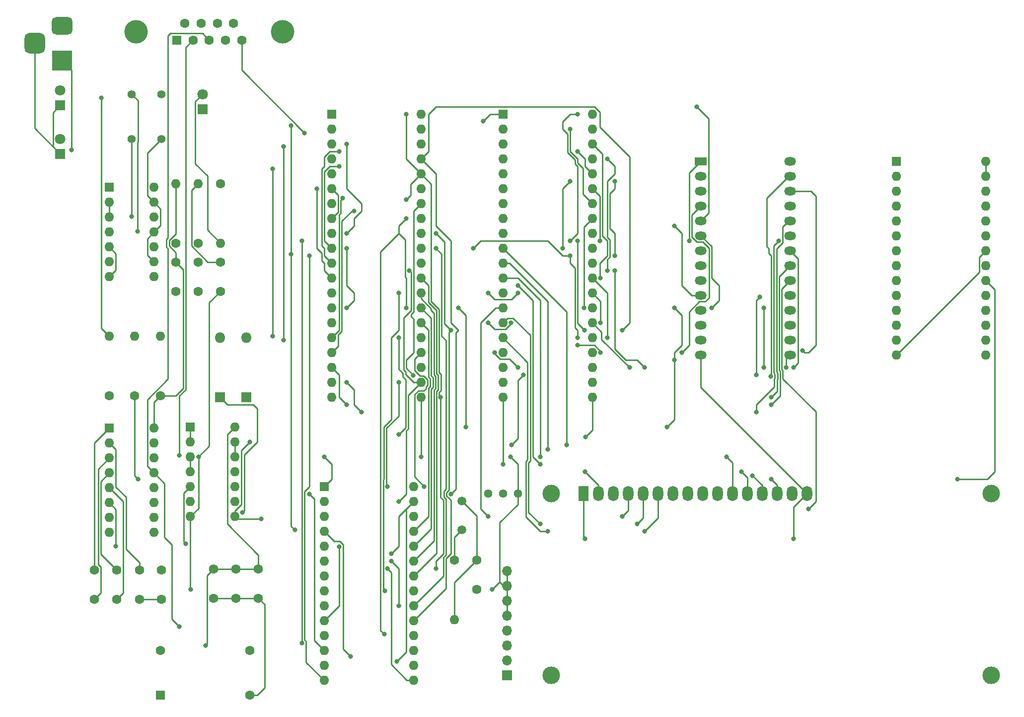
<source format=gbr>
G04 #@! TF.GenerationSoftware,KiCad,Pcbnew,(6.0.10-0)*
G04 #@! TF.CreationDate,2024-08-18T13:22:17-04:00*
G04 #@! TF.ProjectId,6502_wozmon,36353032-5f77-46f7-9a6d-6f6e2e6b6963,rev?*
G04 #@! TF.SameCoordinates,Original*
G04 #@! TF.FileFunction,Copper,L1,Top*
G04 #@! TF.FilePolarity,Positive*
%FSLAX46Y46*%
G04 Gerber Fmt 4.6, Leading zero omitted, Abs format (unit mm)*
G04 Created by KiCad (PCBNEW (6.0.10-0)) date 2024-08-18 13:22:17*
%MOMM*%
%LPD*%
G01*
G04 APERTURE LIST*
G04 Aperture macros list*
%AMRoundRect*
0 Rectangle with rounded corners*
0 $1 Rounding radius*
0 $2 $3 $4 $5 $6 $7 $8 $9 X,Y pos of 4 corners*
0 Add a 4 corners polygon primitive as box body*
4,1,4,$2,$3,$4,$5,$6,$7,$8,$9,$2,$3,0*
0 Add four circle primitives for the rounded corners*
1,1,$1+$1,$2,$3*
1,1,$1+$1,$4,$5*
1,1,$1+$1,$6,$7*
1,1,$1+$1,$8,$9*
0 Add four rect primitives between the rounded corners*
20,1,$1+$1,$2,$3,$4,$5,0*
20,1,$1+$1,$4,$5,$6,$7,0*
20,1,$1+$1,$6,$7,$8,$9,0*
20,1,$1+$1,$8,$9,$2,$3,0*%
G04 Aperture macros list end*
G04 #@! TA.AperFunction,ComponentPad*
%ADD10C,1.600000*%
G04 #@! TD*
G04 #@! TA.AperFunction,ComponentPad*
%ADD11R,1.600000X1.600000*%
G04 #@! TD*
G04 #@! TA.AperFunction,ComponentPad*
%ADD12O,1.600000X1.600000*%
G04 #@! TD*
G04 #@! TA.AperFunction,ComponentPad*
%ADD13C,3.000000*%
G04 #@! TD*
G04 #@! TA.AperFunction,ComponentPad*
%ADD14R,1.800000X2.600000*%
G04 #@! TD*
G04 #@! TA.AperFunction,ComponentPad*
%ADD15O,1.800000X2.600000*%
G04 #@! TD*
G04 #@! TA.AperFunction,ComponentPad*
%ADD16C,4.000000*%
G04 #@! TD*
G04 #@! TA.AperFunction,ComponentPad*
%ADD17R,1.800000X1.800000*%
G04 #@! TD*
G04 #@! TA.AperFunction,ComponentPad*
%ADD18O,1.800000X1.800000*%
G04 #@! TD*
G04 #@! TA.AperFunction,ComponentPad*
%ADD19R,3.500000X3.500000*%
G04 #@! TD*
G04 #@! TA.AperFunction,ComponentPad*
%ADD20RoundRect,0.750000X-1.000000X0.750000X-1.000000X-0.750000X1.000000X-0.750000X1.000000X0.750000X0*%
G04 #@! TD*
G04 #@! TA.AperFunction,ComponentPad*
%ADD21RoundRect,0.875000X-0.875000X0.875000X-0.875000X-0.875000X0.875000X-0.875000X0.875000X0.875000X0*%
G04 #@! TD*
G04 #@! TA.AperFunction,ComponentPad*
%ADD22C,1.800000*%
G04 #@! TD*
G04 #@! TA.AperFunction,ComponentPad*
%ADD23C,1.500000*%
G04 #@! TD*
G04 #@! TA.AperFunction,ComponentPad*
%ADD24C,1.397000*%
G04 #@! TD*
G04 #@! TA.AperFunction,ComponentPad*
%ADD25R,1.700000X1.700000*%
G04 #@! TD*
G04 #@! TA.AperFunction,ComponentPad*
%ADD26O,1.700000X1.700000*%
G04 #@! TD*
G04 #@! TA.AperFunction,ComponentPad*
%ADD27R,2.000000X1.440000*%
G04 #@! TD*
G04 #@! TA.AperFunction,ComponentPad*
%ADD28O,2.000000X1.440000*%
G04 #@! TD*
G04 #@! TA.AperFunction,ComponentPad*
%ADD29C,1.440000*%
G04 #@! TD*
G04 #@! TA.AperFunction,ViaPad*
%ADD30C,0.800000*%
G04 #@! TD*
G04 #@! TA.AperFunction,Conductor*
%ADD31C,0.250000*%
G04 #@! TD*
G04 APERTURE END LIST*
D10*
G04 #@! TO.P,C9,1*
G04 #@! TO.N,Net-(C9-Pad1)*
X50257500Y-111585000D03*
G04 #@! TO.P,C9,2*
G04 #@! TO.N,GND*
X50257500Y-116585000D03*
G04 #@! TD*
D11*
G04 #@! TO.P,U3,1,A14*
G04 #@! TO.N,A14*
X175541666Y-41925000D03*
D12*
G04 #@! TO.P,U3,2,A12*
G04 #@! TO.N,A12*
X175541666Y-44465000D03*
G04 #@! TO.P,U3,3,A7*
G04 #@! TO.N,A7*
X175541666Y-47005000D03*
G04 #@! TO.P,U3,4,A6*
G04 #@! TO.N,A6*
X175541666Y-49545000D03*
G04 #@! TO.P,U3,5,A5*
G04 #@! TO.N,A5*
X175541666Y-52085000D03*
G04 #@! TO.P,U3,6,A4*
G04 #@! TO.N,A4*
X175541666Y-54625000D03*
G04 #@! TO.P,U3,7,A3*
G04 #@! TO.N,A3*
X175541666Y-57165000D03*
G04 #@! TO.P,U3,8,A2*
G04 #@! TO.N,A2*
X175541666Y-59705000D03*
G04 #@! TO.P,U3,9,A1*
G04 #@! TO.N,A1*
X175541666Y-62245000D03*
G04 #@! TO.P,U3,10,A0*
G04 #@! TO.N,A0*
X175541666Y-64785000D03*
G04 #@! TO.P,U3,11,D0*
G04 #@! TO.N,D0*
X175541666Y-67325000D03*
G04 #@! TO.P,U3,12,D1*
G04 #@! TO.N,D1*
X175541666Y-69865000D03*
G04 #@! TO.P,U3,13,D2*
G04 #@! TO.N,D2*
X175541666Y-72405000D03*
G04 #@! TO.P,U3,14,GND*
G04 #@! TO.N,GND*
X175541666Y-74945000D03*
G04 #@! TO.P,U3,15,D3*
G04 #@! TO.N,D3*
X190781666Y-74945000D03*
G04 #@! TO.P,U3,16,D4*
G04 #@! TO.N,D4*
X190781666Y-72405000D03*
G04 #@! TO.P,U3,17,D5*
G04 #@! TO.N,D5*
X190781666Y-69865000D03*
G04 #@! TO.P,U3,18,D6*
G04 #@! TO.N,D6*
X190781666Y-67325000D03*
G04 #@! TO.P,U3,19,D7*
G04 #@! TO.N,D7*
X190781666Y-64785000D03*
G04 #@! TO.P,U3,20,~{CS}*
G04 #@! TO.N,A15\u002A*
X190781666Y-62245000D03*
G04 #@! TO.P,U3,21,A10*
G04 #@! TO.N,A10*
X190781666Y-59705000D03*
G04 #@! TO.P,U3,22,~{OE}*
G04 #@! TO.N,GND*
X190781666Y-57165000D03*
G04 #@! TO.P,U3,23,A11*
G04 #@! TO.N,A11*
X190781666Y-54625000D03*
G04 #@! TO.P,U3,24,A9*
G04 #@! TO.N,A9*
X190781666Y-52085000D03*
G04 #@! TO.P,U3,25,A8*
G04 #@! TO.N,A8*
X190781666Y-49545000D03*
G04 #@! TO.P,U3,26,A13*
G04 #@! TO.N,A13*
X190781666Y-47005000D03*
G04 #@! TO.P,U3,27,~{WE}*
G04 #@! TO.N,VCC*
X190781666Y-44465000D03*
G04 #@! TO.P,U3,28,VCC*
X190781666Y-41925000D03*
G04 #@! TD*
D10*
G04 #@! TO.P,C6,1*
G04 #@! TO.N,Net-(C6-Pad1)*
X38827500Y-111585000D03*
G04 #@! TO.P,C6,2*
G04 #@! TO.N,Net-(C6-Pad2)*
X38827500Y-116585000D03*
G04 #@! TD*
D13*
G04 #@! TO.P,U8,*
G04 #@! TO.N,*
X191712500Y-98542500D03*
X191711980Y-129543200D03*
X116713400Y-129543200D03*
X116713400Y-98542500D03*
D14*
G04 #@! TO.P,U8,1,VSS*
G04 #@! TO.N,GND*
X122212500Y-98542500D03*
D15*
G04 #@! TO.P,U8,2,VDD*
G04 #@! TO.N,VCC*
X124752500Y-98542500D03*
G04 #@! TO.P,U8,3,VO*
G04 #@! TO.N,Net-(RV1-Pad2)*
X127292500Y-98542500D03*
G04 #@! TO.P,U8,4,RS*
G04 #@! TO.N,Net-(U7-Pad14)*
X129832500Y-98542500D03*
G04 #@! TO.P,U8,5,R/W*
G04 #@! TO.N,Net-(U7-Pad15)*
X132372500Y-98542500D03*
G04 #@! TO.P,U8,6,E*
G04 #@! TO.N,Net-(U7-Pad16)*
X134912500Y-98542500D03*
G04 #@! TO.P,U8,7,D0*
G04 #@! TO.N,unconnected-(U8-Pad7)*
X137452500Y-98542500D03*
G04 #@! TO.P,U8,8,D1*
G04 #@! TO.N,unconnected-(U8-Pad8)*
X139992500Y-98542500D03*
G04 #@! TO.P,U8,9,D2*
G04 #@! TO.N,unconnected-(U8-Pad9)*
X142532500Y-98542500D03*
G04 #@! TO.P,U8,10,D3*
G04 #@! TO.N,unconnected-(U8-Pad10)*
X145072500Y-98542500D03*
G04 #@! TO.P,U8,11,D4*
G04 #@! TO.N,Net-(U7-Pad10)*
X147612500Y-98542500D03*
G04 #@! TO.P,U8,12,D5*
G04 #@! TO.N,Net-(U7-Pad11)*
X150152500Y-98542500D03*
G04 #@! TO.P,U8,13,D6*
G04 #@! TO.N,Net-(U7-Pad12)*
X152692500Y-98542500D03*
G04 #@! TO.P,U8,14,D7*
G04 #@! TO.N,Net-(U7-Pad13)*
X155232500Y-98542500D03*
G04 #@! TO.P,U8,15,LED(+)*
G04 #@! TO.N,VCC*
X157772500Y-98542500D03*
G04 #@! TO.P,U8,16,LED(-)*
G04 #@! TO.N,GND*
X160312500Y-98542500D03*
G04 #@! TD*
D16*
G04 #@! TO.P,J2,0*
G04 #@! TO.N,N/C*
X70910000Y-19810331D03*
X45910000Y-19810331D03*
D11*
G04 #@! TO.P,J2,1,1*
G04 #@! TO.N,unconnected-(J2-Pad1)*
X52870000Y-21230331D03*
D10*
G04 #@! TO.P,J2,2,2*
G04 #@! TO.N,RXD*
X55640000Y-21230331D03*
G04 #@! TO.P,J2,3,3*
G04 #@! TO.N,TXD*
X58410000Y-21230331D03*
G04 #@! TO.P,J2,4,4*
G04 #@! TO.N,unconnected-(J2-Pad4)*
X61180000Y-21230331D03*
G04 #@! TO.P,J2,5,5*
G04 #@! TO.N,GND*
X63950000Y-21230331D03*
G04 #@! TO.P,J2,6,6*
G04 #@! TO.N,unconnected-(J2-Pad6)*
X54255000Y-18390331D03*
G04 #@! TO.P,J2,7,7*
G04 #@! TO.N,unconnected-(J2-Pad7)*
X57025000Y-18390331D03*
G04 #@! TO.P,J2,8,8*
G04 #@! TO.N,unconnected-(J2-Pad8)*
X59795000Y-18390331D03*
G04 #@! TO.P,J2,9,9*
G04 #@! TO.N,unconnected-(J2-Pad9)*
X62565000Y-18390331D03*
G04 #@! TD*
D17*
G04 #@! TO.P,D1,1,K*
G04 #@! TO.N,Net-(D1-Pad1)*
X60232500Y-82150000D03*
D18*
G04 #@! TO.P,D1,2,A*
G04 #@! TO.N,IRQ\u002A*
X60232500Y-71990000D03*
G04 #@! TD*
D10*
G04 #@! TO.P,C10,1*
G04 #@! TO.N,VCC*
X56515000Y-59095000D03*
G04 #@! TO.P,C10,2*
G04 #@! TO.N,GND*
X56515000Y-64095000D03*
G04 #@! TD*
G04 #@! TO.P,C8,1*
G04 #@! TO.N,GND*
X46487500Y-116625000D03*
G04 #@! TO.P,C8,2*
G04 #@! TO.N,Net-(C8-Pad2)*
X46487500Y-111625000D03*
G04 #@! TD*
D19*
G04 #@! TO.P,J1,1*
G04 #@! TO.N,VCC*
X33342500Y-24765000D03*
D20*
G04 #@! TO.P,J1,2*
G04 #@! TO.N,GND*
X33342500Y-18765000D03*
D21*
G04 #@! TO.P,J1,3*
X28642500Y-21765000D03*
G04 #@! TD*
D17*
G04 #@! TO.P,D3,1,K*
G04 #@! TO.N,GND*
X57257110Y-33025000D03*
D22*
G04 #@! TO.P,D3,2,A*
G04 #@! TO.N,Net-(D3-Pad2)*
X57257110Y-30485000D03*
G04 #@! TD*
D11*
G04 #@! TO.P,U4,1,VSS*
G04 #@! TO.N,GND*
X78007500Y-97375000D03*
D12*
G04 #@! TO.P,U4,2,CS1*
G04 #@! TO.N,A12*
X78007500Y-99915000D03*
G04 #@! TO.P,U4,3,~{CS2}*
G04 #@! TO.N,Net-(U1-Pad8)*
X78007500Y-102455000D03*
G04 #@! TO.P,U4,4,~{RES}*
G04 #@! TO.N,RESET\u002A*
X78007500Y-104995000D03*
G04 #@! TO.P,U4,5,RxC*
G04 #@! TO.N,unconnected-(U4-Pad5)*
X78007500Y-107535000D03*
G04 #@! TO.P,U4,6,XTAL1*
G04 #@! TO.N,Net-(C5-Pad1)*
X78007500Y-110075000D03*
G04 #@! TO.P,U4,7,XTAL2*
G04 #@! TO.N,XTAL*
X78007500Y-112615000D03*
G04 #@! TO.P,U4,8,~{RTS}*
G04 #@! TO.N,unconnected-(U4-Pad8)*
X78007500Y-115155000D03*
G04 #@! TO.P,U4,9,~{CTS}*
G04 #@! TO.N,unconnected-(U4-Pad9)*
X78007500Y-117695000D03*
G04 #@! TO.P,U4,10,TxD*
G04 #@! TO.N,Net-(U4-Pad10)*
X78007500Y-120235000D03*
G04 #@! TO.P,U4,11,~{DTR}*
G04 #@! TO.N,unconnected-(U4-Pad11)*
X78007500Y-122775000D03*
G04 #@! TO.P,U4,12,RxD*
G04 #@! TO.N,MAX232_12*
X78007500Y-125315000D03*
G04 #@! TO.P,U4,13,RS0*
G04 #@! TO.N,A0*
X78007500Y-127855000D03*
G04 #@! TO.P,U4,14,RS1*
G04 #@! TO.N,A1*
X78007500Y-130395000D03*
G04 #@! TO.P,U4,15,VCC*
G04 #@! TO.N,VCC*
X93247500Y-130395000D03*
G04 #@! TO.P,U4,16,~{DCD}*
G04 #@! TO.N,unconnected-(U4-Pad16)*
X93247500Y-127855000D03*
G04 #@! TO.P,U4,17,~{DSR}*
G04 #@! TO.N,unconnected-(U4-Pad17)*
X93247500Y-125315000D03*
G04 #@! TO.P,U4,18,D0*
G04 #@! TO.N,D0*
X93247500Y-122775000D03*
G04 #@! TO.P,U4,19,D1*
G04 #@! TO.N,D1*
X93247500Y-120235000D03*
G04 #@! TO.P,U4,20,D2*
G04 #@! TO.N,D2*
X93247500Y-117695000D03*
G04 #@! TO.P,U4,21,D3*
G04 #@! TO.N,D3*
X93247500Y-115155000D03*
G04 #@! TO.P,U4,22,D4*
G04 #@! TO.N,D4*
X93247500Y-112615000D03*
G04 #@! TO.P,U4,23,D5*
G04 #@! TO.N,D5*
X93247500Y-110075000D03*
G04 #@! TO.P,U4,24,D6*
G04 #@! TO.N,D6*
X93247500Y-107535000D03*
G04 #@! TO.P,U4,25,D7*
G04 #@! TO.N,D7*
X93247500Y-104995000D03*
G04 #@! TO.P,U4,26,~{IRQ}*
G04 #@! TO.N,Net-(D1-Pad1)*
X93247500Y-102455000D03*
G04 #@! TO.P,U4,27,\u03D52*
G04 #@! TO.N,CLK*
X93247500Y-99915000D03*
G04 #@! TO.P,U4,28,R/~{W}*
G04 #@! TO.N,RW\u002A*
X93247500Y-97375000D03*
G04 #@! TD*
D10*
G04 #@! TO.P,R3,1*
G04 #@! TO.N,VCC*
X50072500Y-81910000D03*
D12*
G04 #@! TO.P,R3,2*
G04 #@! TO.N,Net-(R3-Pad2)*
X50072500Y-71750000D03*
G04 #@! TD*
D11*
G04 #@! TO.P,U2,1,~{VP}*
G04 #@! TO.N,unconnected-(U2-Pad1)*
X79282500Y-33895000D03*
D12*
G04 #@! TO.P,U2,2,RDY*
G04 #@! TO.N,Net-(R3-Pad2)*
X79282500Y-36435000D03*
G04 #@! TO.P,U2,3,\u03D51*
G04 #@! TO.N,unconnected-(U2-Pad3)*
X79282500Y-38975000D03*
G04 #@! TO.P,U2,4,~{IRQ}*
G04 #@! TO.N,IRQ\u002A*
X79282500Y-41515000D03*
G04 #@! TO.P,U2,5,~{ML}*
G04 #@! TO.N,unconnected-(U2-Pad5)*
X79282500Y-44055000D03*
G04 #@! TO.P,U2,6,~{NMI}*
G04 #@! TO.N,VCC*
X79282500Y-46595000D03*
G04 #@! TO.P,U2,7,SYNC*
G04 #@! TO.N,unconnected-(U2-Pad7)*
X79282500Y-49135000D03*
G04 #@! TO.P,U2,8,VDD*
G04 #@! TO.N,VCC*
X79282500Y-51675000D03*
G04 #@! TO.P,U2,9,A0*
G04 #@! TO.N,A0*
X79282500Y-54215000D03*
G04 #@! TO.P,U2,10,A1*
G04 #@! TO.N,A1*
X79282500Y-56755000D03*
G04 #@! TO.P,U2,11,A2*
G04 #@! TO.N,A2*
X79282500Y-59295000D03*
G04 #@! TO.P,U2,12,A3*
G04 #@! TO.N,A3*
X79282500Y-61835000D03*
G04 #@! TO.P,U2,13,A4*
G04 #@! TO.N,A4*
X79282500Y-64375000D03*
G04 #@! TO.P,U2,14,A5*
G04 #@! TO.N,A5*
X79282500Y-66915000D03*
G04 #@! TO.P,U2,15,A6*
G04 #@! TO.N,A6*
X79282500Y-69455000D03*
G04 #@! TO.P,U2,16,A7*
G04 #@! TO.N,A7*
X79282500Y-71995000D03*
G04 #@! TO.P,U2,17,A8*
G04 #@! TO.N,A8*
X79282500Y-74535000D03*
G04 #@! TO.P,U2,18,A9*
G04 #@! TO.N,A9*
X79282500Y-77075000D03*
G04 #@! TO.P,U2,19,A10*
G04 #@! TO.N,A10*
X79282500Y-79615000D03*
G04 #@! TO.P,U2,20,A11*
G04 #@! TO.N,A11*
X79282500Y-82155000D03*
G04 #@! TO.P,U2,21,VSS*
G04 #@! TO.N,GND*
X94522500Y-82155000D03*
G04 #@! TO.P,U2,22,A12*
G04 #@! TO.N,A12*
X94522500Y-79615000D03*
G04 #@! TO.P,U2,23,A13*
G04 #@! TO.N,A13*
X94522500Y-77075000D03*
G04 #@! TO.P,U2,24,A14*
G04 #@! TO.N,A14*
X94522500Y-74535000D03*
G04 #@! TO.P,U2,25,A15*
G04 #@! TO.N,A15*
X94522500Y-71995000D03*
G04 #@! TO.P,U2,26,D7*
G04 #@! TO.N,D7*
X94522500Y-69455000D03*
G04 #@! TO.P,U2,27,D6*
G04 #@! TO.N,D6*
X94522500Y-66915000D03*
G04 #@! TO.P,U2,28,D5*
G04 #@! TO.N,D5*
X94522500Y-64375000D03*
G04 #@! TO.P,U2,29,D4*
G04 #@! TO.N,D4*
X94522500Y-61835000D03*
G04 #@! TO.P,U2,30,D3*
G04 #@! TO.N,D3*
X94522500Y-59295000D03*
G04 #@! TO.P,U2,31,D2*
G04 #@! TO.N,D2*
X94522500Y-56755000D03*
G04 #@! TO.P,U2,32,D1*
G04 #@! TO.N,D1*
X94522500Y-54215000D03*
G04 #@! TO.P,U2,33,D0*
G04 #@! TO.N,D0*
X94522500Y-51675000D03*
G04 #@! TO.P,U2,34,R/~{W}*
G04 #@! TO.N,RW\u002A*
X94522500Y-49135000D03*
G04 #@! TO.P,U2,35,nc*
G04 #@! TO.N,unconnected-(U2-Pad35)*
X94522500Y-46595000D03*
G04 #@! TO.P,U2,36,BE*
G04 #@! TO.N,VCC*
X94522500Y-44055000D03*
G04 #@! TO.P,U2,37,\u03D50*
G04 #@! TO.N,CLK*
X94522500Y-41515000D03*
G04 #@! TO.P,U2,38,~{SO}*
G04 #@! TO.N,unconnected-(U2-Pad38)*
X94522500Y-38975000D03*
G04 #@! TO.P,U2,39,\u03D52*
G04 #@! TO.N,unconnected-(U2-Pad39)*
X94522500Y-36435000D03*
G04 #@! TO.P,U2,40,~{RES}*
G04 #@! TO.N,RESET\u002A*
X94522500Y-33895000D03*
G04 #@! TD*
D11*
G04 #@! TO.P,U7,1,VSS*
G04 #@! TO.N,GND*
X108492500Y-33890000D03*
D12*
G04 #@! TO.P,U7,2,PA0*
G04 #@! TO.N,unconnected-(U7-Pad2)*
X108492500Y-36430000D03*
G04 #@! TO.P,U7,3,PA1*
G04 #@! TO.N,unconnected-(U7-Pad3)*
X108492500Y-38970000D03*
G04 #@! TO.P,U7,4,PA2*
G04 #@! TO.N,unconnected-(U7-Pad4)*
X108492500Y-41510000D03*
G04 #@! TO.P,U7,5,PA3*
G04 #@! TO.N,unconnected-(U7-Pad5)*
X108492500Y-44050000D03*
G04 #@! TO.P,U7,6,PA4*
G04 #@! TO.N,unconnected-(U7-Pad6)*
X108492500Y-46590000D03*
G04 #@! TO.P,U7,7,PA5*
G04 #@! TO.N,unconnected-(U7-Pad7)*
X108492500Y-49130000D03*
G04 #@! TO.P,U7,8,PA6*
G04 #@! TO.N,unconnected-(U7-Pad8)*
X108492500Y-51670000D03*
G04 #@! TO.P,U7,9,PA7*
G04 #@! TO.N,unconnected-(U7-Pad9)*
X108492500Y-54210000D03*
G04 #@! TO.P,U7,10,PB0*
G04 #@! TO.N,Net-(U7-Pad10)*
X108492500Y-56750000D03*
G04 #@! TO.P,U7,11,PB1*
G04 #@! TO.N,Net-(U7-Pad11)*
X108492500Y-59290000D03*
G04 #@! TO.P,U7,12,PB2*
G04 #@! TO.N,Net-(U7-Pad12)*
X108492500Y-61830000D03*
G04 #@! TO.P,U7,13,PB3*
G04 #@! TO.N,Net-(U7-Pad13)*
X108492500Y-64370000D03*
G04 #@! TO.P,U7,14,PB4*
G04 #@! TO.N,Net-(U7-Pad14)*
X108492500Y-66910000D03*
G04 #@! TO.P,U7,15,PB5*
G04 #@! TO.N,Net-(U7-Pad15)*
X108492500Y-69450000D03*
G04 #@! TO.P,U7,16,PB6*
G04 #@! TO.N,Net-(U7-Pad16)*
X108492500Y-71990000D03*
G04 #@! TO.P,U7,17,PB7*
G04 #@! TO.N,unconnected-(U7-Pad17)*
X108492500Y-74530000D03*
G04 #@! TO.P,U7,18,CB1*
G04 #@! TO.N,unconnected-(U7-Pad18)*
X108492500Y-77070000D03*
G04 #@! TO.P,U7,19,CB2*
G04 #@! TO.N,unconnected-(U7-Pad19)*
X108492500Y-79610000D03*
G04 #@! TO.P,U7,20,VCC*
G04 #@! TO.N,VCC*
X108492500Y-82150000D03*
G04 #@! TO.P,U7,21,~{IRQ}*
G04 #@! TO.N,Net-(D2-Pad1)*
X123732500Y-82150000D03*
G04 #@! TO.P,U7,22,R/~{W}*
G04 #@! TO.N,RW\u002A*
X123732500Y-79610000D03*
G04 #@! TO.P,U7,23,~{CS2}*
G04 #@! TO.N,Net-(U1-Pad8)*
X123732500Y-77070000D03*
G04 #@! TO.P,U7,24,CS1*
G04 #@! TO.N,A13*
X123732500Y-74530000D03*
G04 #@! TO.P,U7,25,\u03D52*
G04 #@! TO.N,CLK*
X123732500Y-71990000D03*
G04 #@! TO.P,U7,26,D7*
G04 #@! TO.N,D7*
X123732500Y-69450000D03*
G04 #@! TO.P,U7,27,D6*
G04 #@! TO.N,D6*
X123732500Y-66910000D03*
G04 #@! TO.P,U7,28,D5*
G04 #@! TO.N,D5*
X123732500Y-64370000D03*
G04 #@! TO.P,U7,29,D4*
G04 #@! TO.N,D4*
X123732500Y-61830000D03*
G04 #@! TO.P,U7,30,D3*
G04 #@! TO.N,D3*
X123732500Y-59290000D03*
G04 #@! TO.P,U7,31,D2*
G04 #@! TO.N,D2*
X123732500Y-56750000D03*
G04 #@! TO.P,U7,32,D1*
G04 #@! TO.N,D1*
X123732500Y-54210000D03*
G04 #@! TO.P,U7,33,D0*
G04 #@! TO.N,D0*
X123732500Y-51670000D03*
G04 #@! TO.P,U7,34,~{RES}*
G04 #@! TO.N,RESET\u002A*
X123732500Y-49130000D03*
G04 #@! TO.P,U7,35,RS3*
G04 #@! TO.N,A3*
X123732500Y-46590000D03*
G04 #@! TO.P,U7,36,RS2*
G04 #@! TO.N,A2*
X123732500Y-44050000D03*
G04 #@! TO.P,U7,37,RS1*
G04 #@! TO.N,A1*
X123732500Y-41510000D03*
G04 #@! TO.P,U7,38,RS0*
G04 #@! TO.N,A0*
X123732500Y-38970000D03*
G04 #@! TO.P,U7,39,CA2*
G04 #@! TO.N,unconnected-(U7-Pad39)*
X123732500Y-36430000D03*
G04 #@! TO.P,U7,40,CA1*
G04 #@! TO.N,unconnected-(U7-Pad40)*
X123732500Y-33890000D03*
G04 #@! TD*
D23*
G04 #@! TO.P,Y1,1,1*
G04 #@! TO.N,Net-(C5-Pad1)*
X101502500Y-99845000D03*
G04 #@! TO.P,Y1,2,2*
G04 #@! TO.N,XTAL*
X101502500Y-104745000D03*
G04 #@! TD*
D11*
G04 #@! TO.P,U1,1*
G04 #@! TO.N,A15*
X55162500Y-87225000D03*
D12*
G04 #@! TO.P,U1,2*
X55162500Y-89765000D03*
G04 #@! TO.P,U1,3*
G04 #@! TO.N,A15\u002A*
X55162500Y-92305000D03*
G04 #@! TO.P,U1,4*
X55162500Y-94845000D03*
G04 #@! TO.P,U1,5*
G04 #@! TO.N,CLK*
X55162500Y-97385000D03*
G04 #@! TO.P,U1,6*
G04 #@! TO.N,Net-(U1-Pad6)*
X55162500Y-99925000D03*
G04 #@! TO.P,U1,7,GND*
G04 #@! TO.N,GND*
X55162500Y-102465000D03*
G04 #@! TO.P,U1,8*
G04 #@! TO.N,Net-(U1-Pad8)*
X62782500Y-102465000D03*
G04 #@! TO.P,U1,9*
G04 #@! TO.N,A14*
X62782500Y-99925000D03*
G04 #@! TO.P,U1,10*
G04 #@! TO.N,A15\u002A*
X62782500Y-97385000D03*
G04 #@! TO.P,U1,11*
G04 #@! TO.N,unconnected-(U1-Pad11)*
X62782500Y-94845000D03*
G04 #@! TO.P,U1,12*
G04 #@! TO.N,GND*
X62782500Y-92305000D03*
G04 #@! TO.P,U1,13*
X62782500Y-89765000D03*
G04 #@! TO.P,U1,14,VCC*
G04 #@! TO.N,VCC*
X62782500Y-87225000D03*
G04 #@! TD*
D10*
G04 #@! TO.P,R4,1*
G04 #@! TO.N,XTAL*
X100232500Y-109915000D03*
D12*
G04 #@! TO.P,R4,2*
G04 #@! TO.N,Net-(C5-Pad1)*
X100232500Y-120075000D03*
G04 #@! TD*
D10*
G04 #@! TO.P,C1,1*
G04 #@! TO.N,VCC*
X52705000Y-59095000D03*
G04 #@! TO.P,C1,2*
G04 #@! TO.N,GND*
X52705000Y-64095000D03*
G04 #@! TD*
G04 #@! TO.P,C5,1*
G04 #@! TO.N,Net-(C5-Pad1)*
X104042500Y-109915000D03*
G04 #@! TO.P,C5,2*
G04 #@! TO.N,GND*
X104042500Y-114915000D03*
G04 #@! TD*
D24*
G04 #@! TO.P,SW2,1,1*
G04 #@! TO.N,Net-(R1-Pad1)*
X45212000Y-38100000D03*
G04 #@! TO.P,SW2,2,2*
G04 #@! TO.N,Net-(R6-Pad1)*
X45212000Y-30480000D03*
G04 #@! TO.P,SW2,3,3*
G04 #@! TO.N,GND*
X50292000Y-38100000D03*
G04 #@! TO.P,SW2,4,4*
G04 #@! TO.N,unconnected-(SW2-Pad4)*
X50292000Y-30480000D03*
G04 #@! TD*
D10*
G04 #@! TO.P,R2,1*
G04 #@! TO.N,VCC*
X41382500Y-81910000D03*
D12*
G04 #@! TO.P,R2,2*
G04 #@! TO.N,Net-(LED_1-Pad2)*
X41382500Y-71750000D03*
G04 #@! TD*
D17*
G04 #@! TO.P,LED_1,1,K*
G04 #@! TO.N,GND*
X33020000Y-32365048D03*
D22*
G04 #@! TO.P,LED_1,2,A*
G04 #@! TO.N,Net-(LED_1-Pad2)*
X33020000Y-29825048D03*
G04 #@! TD*
D10*
G04 #@! TO.P,C2,1*
G04 #@! TO.N,VCC*
X59167500Y-111400000D03*
G04 #@! TO.P,C2,2*
G04 #@! TO.N,GND*
X59167500Y-116400000D03*
G04 #@! TD*
D11*
G04 #@! TO.P,U6,1,C1+*
G04 #@! TO.N,Net-(C6-Pad1)*
X41377500Y-87405000D03*
D12*
G04 #@! TO.P,U6,2,VS+*
G04 #@! TO.N,Net-(C8-Pad2)*
X41377500Y-89945000D03*
G04 #@! TO.P,U6,3,C1-*
G04 #@! TO.N,Net-(C6-Pad2)*
X41377500Y-92485000D03*
G04 #@! TO.P,U6,4,C2+*
G04 #@! TO.N,Net-(C7-Pad1)*
X41377500Y-95025000D03*
G04 #@! TO.P,U6,5,C2-*
G04 #@! TO.N,Net-(C7-Pad2)*
X41377500Y-97565000D03*
G04 #@! TO.P,U6,6,VS-*
G04 #@! TO.N,Net-(C9-Pad1)*
X41377500Y-100105000D03*
G04 #@! TO.P,U6,7,T2OUT*
G04 #@! TO.N,unconnected-(U6-Pad7)*
X41377500Y-102645000D03*
G04 #@! TO.P,U6,8,R2IN*
G04 #@! TO.N,unconnected-(U6-Pad8)*
X41377500Y-105185000D03*
G04 #@! TO.P,U6,9,R2OUT*
G04 #@! TO.N,unconnected-(U6-Pad9)*
X48997500Y-105185000D03*
G04 #@! TO.P,U6,10,T2IN*
G04 #@! TO.N,unconnected-(U6-Pad10)*
X48997500Y-102645000D03*
G04 #@! TO.P,U6,11,T1IN*
G04 #@! TO.N,Net-(U4-Pad10)*
X48997500Y-100105000D03*
G04 #@! TO.P,U6,12,R1OUT*
G04 #@! TO.N,MAX232_12*
X48997500Y-97565000D03*
G04 #@! TO.P,U6,13,R1IN*
G04 #@! TO.N,TXD*
X48997500Y-95025000D03*
G04 #@! TO.P,U6,14,T1OUT*
G04 #@! TO.N,RXD*
X48997500Y-92485000D03*
G04 #@! TO.P,U6,15,GND*
G04 #@! TO.N,GND*
X48997500Y-89945000D03*
G04 #@! TO.P,U6,16,VCC*
G04 #@! TO.N,VCC*
X48997500Y-87405000D03*
G04 #@! TD*
D10*
G04 #@! TO.P,R6,1*
G04 #@! TO.N,Net-(R6-Pad1)*
X56515000Y-55880000D03*
D12*
G04 #@! TO.P,R6,2*
G04 #@! TO.N,Net-(C11-Pad1)*
X56515000Y-45720000D03*
G04 #@! TD*
D10*
G04 #@! TO.P,R5,1*
G04 #@! TO.N,CLK*
X45660833Y-81910000D03*
D12*
G04 #@! TO.P,R5,2*
G04 #@! TO.N,Net-(LED_2-Pad2)*
X45660833Y-71750000D03*
G04 #@! TD*
D10*
G04 #@! TO.P,C7,1*
G04 #@! TO.N,Net-(C7-Pad1)*
X42637500Y-111585000D03*
G04 #@! TO.P,C7,2*
G04 #@! TO.N,Net-(C7-Pad2)*
X42637500Y-116585000D03*
G04 #@! TD*
G04 #@! TO.P,C4,1*
G04 #@! TO.N,VCC*
X66787500Y-111400000D03*
G04 #@! TO.P,C4,2*
G04 #@! TO.N,GND*
X66787500Y-116400000D03*
G04 #@! TD*
D17*
G04 #@! TO.P,LED_2,1,K*
G04 #@! TO.N,GND*
X33020000Y-40630024D03*
D22*
G04 #@! TO.P,LED_2,2,A*
G04 #@! TO.N,Net-(LED_2-Pad2)*
X33020000Y-38090024D03*
G04 #@! TD*
D25*
G04 #@! TO.P,J4,1,Pin_1*
G04 #@! TO.N,CLK*
X109220000Y-129525000D03*
D26*
G04 #@! TO.P,J4,2,Pin_2*
G04 #@! TO.N,RESET\u002A*
X109220000Y-126985000D03*
G04 #@! TO.P,J4,3,Pin_3*
G04 #@! TO.N,MAX232_12*
X109220000Y-124445000D03*
G04 #@! TO.P,J4,4,Pin_4*
G04 #@! TO.N,TXD*
X109220000Y-121905000D03*
G04 #@! TO.P,J4,5,Pin_5*
G04 #@! TO.N,GND*
X109220000Y-119365000D03*
G04 #@! TO.P,J4,6,Pin_6*
X109220000Y-116825000D03*
G04 #@! TO.P,J4,7,Pin_7*
X109220000Y-114285000D03*
G04 #@! TO.P,J4,8,Pin_8*
X109220000Y-111745000D03*
G04 #@! TD*
D11*
G04 #@! TO.P,X1,1,Vcontrol*
G04 #@! TO.N,unconnected-(X1-Pad1)*
X50072500Y-132950000D03*
D10*
G04 #@! TO.P,X1,7,GND*
G04 #@! TO.N,GND*
X65312500Y-132950000D03*
G04 #@! TO.P,X1,8,OUT*
G04 #@! TO.N,CLK*
X65312500Y-125330000D03*
G04 #@! TO.P,X1,14,Vcc*
G04 #@! TO.N,VCC*
X50072500Y-125330000D03*
G04 #@! TD*
G04 #@! TO.P,R7,1*
G04 #@! TO.N,Net-(R7-Pad1)*
X60325000Y-45720000D03*
D12*
G04 #@! TO.P,R7,2*
G04 #@! TO.N,Net-(D3-Pad2)*
X60325000Y-55880000D03*
G04 #@! TD*
D10*
G04 #@! TO.P,C3,1*
G04 #@! TO.N,VCC*
X62977500Y-111400000D03*
G04 #@! TO.P,C3,2*
G04 #@! TO.N,GND*
X62977500Y-116400000D03*
G04 #@! TD*
G04 #@! TO.P,R1,1*
G04 #@! TO.N,Net-(R1-Pad1)*
X52705000Y-55880000D03*
D12*
G04 #@! TO.P,R1,2*
G04 #@! TO.N,VCC*
X52705000Y-45720000D03*
G04 #@! TD*
D10*
G04 #@! TO.P,C11,1*
G04 #@! TO.N,Net-(C11-Pad1)*
X60325000Y-59095000D03*
G04 #@! TO.P,C11,2*
G04 #@! TO.N,GND*
X60325000Y-64095000D03*
G04 #@! TD*
D11*
G04 #@! TO.P,U9,1*
G04 #@! TO.N,Net-(C11-Pad1)*
X41377500Y-46350000D03*
D12*
G04 #@! TO.P,U9,2*
G04 #@! TO.N,Net-(R7-Pad1)*
X41377500Y-48890000D03*
G04 #@! TO.P,U9,3*
X41377500Y-51430000D03*
G04 #@! TO.P,U9,4*
G04 #@! TO.N,RESET\u002A*
X41377500Y-53970000D03*
G04 #@! TO.P,U9,5*
G04 #@! TO.N,GND*
X41377500Y-56510000D03*
G04 #@! TO.P,U9,6*
G04 #@! TO.N,unconnected-(U9-Pad6)*
X41377500Y-59050000D03*
G04 #@! TO.P,U9,7,GND*
G04 #@! TO.N,GND*
X41377500Y-61590000D03*
G04 #@! TO.P,U9,8*
G04 #@! TO.N,unconnected-(U9-Pad8)*
X48997500Y-61590000D03*
G04 #@! TO.P,U9,9*
G04 #@! TO.N,GND*
X48997500Y-59050000D03*
G04 #@! TO.P,U9,10*
G04 #@! TO.N,unconnected-(U9-Pad10)*
X48997500Y-56510000D03*
G04 #@! TO.P,U9,11*
G04 #@! TO.N,GND*
X48997500Y-53970000D03*
G04 #@! TO.P,U9,12*
G04 #@! TO.N,unconnected-(U9-Pad12)*
X48997500Y-51430000D03*
G04 #@! TO.P,U9,13*
G04 #@! TO.N,GND*
X48997500Y-48890000D03*
G04 #@! TO.P,U9,14,VCC*
G04 #@! TO.N,VCC*
X48997500Y-46350000D03*
G04 #@! TD*
D17*
G04 #@! TO.P,D2,1,K*
G04 #@! TO.N,Net-(D2-Pad1)*
X64710834Y-82150000D03*
D18*
G04 #@! TO.P,D2,2,A*
G04 #@! TO.N,IRQ\u002A*
X64710834Y-71990000D03*
G04 #@! TD*
D27*
G04 #@! TO.P,U5,1,A14*
G04 #@! TO.N,A14*
X142240000Y-41910000D03*
D28*
G04 #@! TO.P,U5,2,A12*
G04 #@! TO.N,A12*
X142240000Y-44450000D03*
G04 #@! TO.P,U5,3,A7*
G04 #@! TO.N,A7*
X142240000Y-46990000D03*
G04 #@! TO.P,U5,4,A6*
G04 #@! TO.N,A6*
X142240000Y-49530000D03*
G04 #@! TO.P,U5,5,A5*
G04 #@! TO.N,A5*
X142240000Y-52070000D03*
G04 #@! TO.P,U5,6,A4*
G04 #@! TO.N,A4*
X142240000Y-54610000D03*
G04 #@! TO.P,U5,7,A3*
G04 #@! TO.N,A3*
X142240000Y-57150000D03*
G04 #@! TO.P,U5,8,A2*
G04 #@! TO.N,A2*
X142240000Y-59690000D03*
G04 #@! TO.P,U5,9,A1*
G04 #@! TO.N,A1*
X142240000Y-62230000D03*
G04 #@! TO.P,U5,10,A0*
G04 #@! TO.N,A0*
X142240000Y-64770000D03*
G04 #@! TO.P,U5,11,Q0*
G04 #@! TO.N,D0*
X142240000Y-67310000D03*
G04 #@! TO.P,U5,12,Q1*
G04 #@! TO.N,D1*
X142240000Y-69850000D03*
G04 #@! TO.P,U5,13,Q2*
G04 #@! TO.N,D2*
X142240000Y-72390000D03*
G04 #@! TO.P,U5,14,GND*
G04 #@! TO.N,GND*
X142240000Y-74930000D03*
G04 #@! TO.P,U5,15,Q3*
G04 #@! TO.N,D3*
X157480000Y-74930000D03*
G04 #@! TO.P,U5,16,Q4*
G04 #@! TO.N,D4*
X157480000Y-72390000D03*
G04 #@! TO.P,U5,17,Q5*
G04 #@! TO.N,D5*
X157480000Y-69850000D03*
G04 #@! TO.P,U5,18,Q6*
G04 #@! TO.N,D6*
X157480000Y-67310000D03*
G04 #@! TO.P,U5,19,Q7*
G04 #@! TO.N,D7*
X157480000Y-64770000D03*
G04 #@! TO.P,U5,20,~{CS}*
G04 #@! TO.N,Net-(U1-Pad6)*
X157480000Y-62230000D03*
G04 #@! TO.P,U5,21,A10*
G04 #@! TO.N,A10*
X157480000Y-59690000D03*
G04 #@! TO.P,U5,22,~{OE}*
G04 #@! TO.N,A14*
X157480000Y-57150000D03*
G04 #@! TO.P,U5,23,A11*
G04 #@! TO.N,A11*
X157480000Y-54610000D03*
G04 #@! TO.P,U5,24,A9*
G04 #@! TO.N,A9*
X157480000Y-52070000D03*
G04 #@! TO.P,U5,25,A8*
G04 #@! TO.N,A8*
X157480000Y-49530000D03*
G04 #@! TO.P,U5,26,A13*
G04 #@! TO.N,A13*
X157480000Y-46990000D03*
G04 #@! TO.P,U5,27,~{WE}*
G04 #@! TO.N,RW\u002A*
X157480000Y-44450000D03*
G04 #@! TO.P,U5,28,VCC*
G04 #@! TO.N,VCC*
X157480000Y-41910000D03*
G04 #@! TD*
D29*
G04 #@! TO.P,RV1,1,1*
G04 #@! TO.N,GND*
X111017500Y-98585000D03*
G04 #@! TO.P,RV1,2,2*
G04 #@! TO.N,Net-(RV1-Pad2)*
X108477500Y-98585000D03*
G04 #@! TO.P,RV1,3,3*
G04 #@! TO.N,unconnected-(RV1-Pad3)*
X105937500Y-98585000D03*
G04 #@! TD*
D30*
G04 #@! TO.N,GND*
X74676000Y-37084000D03*
X105156000Y-35052000D03*
X158022500Y-106280000D03*
X106680000Y-114935000D03*
X78012500Y-92310000D03*
X55245000Y-114935000D03*
X109762500Y-92310000D03*
X56561992Y-92310554D03*
X122462500Y-106280000D03*
X94522500Y-92310000D03*
G04 #@! TO.N,VCC*
X122462500Y-94850000D03*
X97865503Y-82150000D03*
X88804001Y-111360000D03*
X57785000Y-124460000D03*
X34925000Y-40005000D03*
X91982500Y-48444500D03*
X97062500Y-111360000D03*
X108492500Y-93580000D03*
X91982500Y-33877999D03*
G04 #@! TO.N,Net-(C5-Pad1)*
X89442500Y-110090000D03*
X90712500Y-117710000D03*
G04 #@! TO.N,Net-(C9-Pad1)*
X42452500Y-107550000D03*
G04 #@! TO.N,IRQ\u002A*
X69215000Y-43180000D03*
X69215000Y-71755000D03*
G04 #@! TO.N,Net-(D1-Pad1)*
X64082794Y-101774500D03*
G04 #@! TO.N,TXD*
X53340000Y-121285000D03*
G04 #@! TO.N,RXD*
X53340000Y-92075000D03*
G04 #@! TO.N,Net-(LED_1-Pad2)*
X40005000Y-31115000D03*
G04 #@! TO.N,Net-(R3-Pad2)*
X71120000Y-72390000D03*
X71120000Y-39370000D03*
G04 #@! TO.N,CLK*
X90357840Y-127164500D03*
X99602500Y-98660000D03*
X128812500Y-70720000D03*
X54438000Y-107109520D03*
X89442500Y-108820000D03*
X46262500Y-96120000D03*
G04 #@! TO.N,Net-(D2-Pad1)*
X122555000Y-88900000D03*
G04 #@! TO.N,RESET\u002A*
X119922500Y-36430000D03*
X82550000Y-126365000D03*
X73025000Y-104775000D03*
X72390001Y-35822599D03*
X72390000Y-57785000D03*
G04 #@! TO.N,A15*
X90712500Y-88500000D03*
X90712500Y-71990000D03*
G04 #@! TO.N,A15\u002A*
X185962500Y-96120000D03*
G04 #@! TO.N,Net-(U1-Pad6)*
X160562500Y-101200000D03*
G04 #@! TO.N,Net-(U1-Pad8)*
X65312500Y-89770000D03*
X67310000Y-102870000D03*
X109929590Y-90259500D03*
X111948998Y-78340000D03*
G04 #@! TO.N,A14*
X95068000Y-97390000D03*
X111032500Y-77070000D03*
X107092997Y-74530000D03*
X158022500Y-77070000D03*
X140242500Y-55480000D03*
G04 #@! TO.N,A0*
X125132003Y-61830000D03*
X81822500Y-38970000D03*
X81822500Y-54210000D03*
X137702500Y-52940000D03*
X74239500Y-55480000D03*
X74202500Y-124060000D03*
G04 #@! TO.N,A1*
X126272500Y-41510000D03*
X126272500Y-60560000D03*
X75472500Y-58020000D03*
X80552500Y-42780000D03*
G04 #@! TO.N,A2*
X121192500Y-40240000D03*
X127542500Y-58020000D03*
X127542500Y-45320000D03*
X80552500Y-40240000D03*
G04 #@! TO.N,A3*
X76742500Y-46590000D03*
X125002500Y-55480000D03*
G04 #@! TO.N,A4*
X144052500Y-66910000D03*
G04 #@! TO.N,A5*
X141512500Y-32620000D03*
X119922500Y-55480000D03*
X121192500Y-33890000D03*
X81822500Y-66910000D03*
X81822500Y-56750000D03*
G04 #@! TO.N,A6*
X121192500Y-73260000D03*
X125132003Y-74530000D03*
X138972500Y-74530000D03*
G04 #@! TO.N,A7*
X81132000Y-48223234D03*
G04 #@! TO.N,A8*
X83092500Y-50400000D03*
G04 #@! TO.N,A9*
X154212500Y-82150000D03*
X81822500Y-83420000D03*
G04 #@! TO.N,A10*
X154212500Y-83420000D03*
X84362500Y-84690000D03*
X81822500Y-79610000D03*
G04 #@! TO.N,A11*
X151672500Y-84690000D03*
X155482500Y-55480000D03*
G04 #@! TO.N,A12*
X90712500Y-99930000D03*
X119922500Y-45320000D03*
X92528000Y-60560000D03*
X118652500Y-56750000D03*
G04 #@! TO.N,A13*
X159529500Y-74205500D03*
G04 #@! TO.N,D7*
X109892003Y-69450000D03*
X105952500Y-69450000D03*
X152307500Y-65005000D03*
X151672500Y-78340000D03*
X130082500Y-77070000D03*
G04 #@! TO.N,D6*
X136432500Y-87230000D03*
X102142500Y-87230000D03*
X137702500Y-75800000D03*
X100872500Y-66910000D03*
X152942500Y-66910000D03*
X152942500Y-77070000D03*
X137702500Y-66910000D03*
G04 #@! TO.N,D5*
X111032500Y-64370000D03*
X125132003Y-69450000D03*
X105952500Y-64370000D03*
G04 #@! TO.N,D4*
X126272500Y-71990000D03*
G04 #@! TO.N,D3*
X156752500Y-77070000D03*
X90712500Y-64370000D03*
X132622500Y-77070000D03*
X88354500Y-115170000D03*
X127542500Y-60560000D03*
G04 #@! TO.N,D2*
X121192500Y-71990000D03*
X103412500Y-56750000D03*
X97062500Y-56750000D03*
X119922500Y-58020000D03*
G04 #@! TO.N,D1*
X99602500Y-70720000D03*
X121192500Y-55480000D03*
X97062500Y-54210000D03*
X122386909Y-70719999D03*
G04 #@! TO.N,D0*
X88265000Y-122555000D03*
X91982500Y-66910000D03*
X122332997Y-66910000D03*
X91982500Y-51670000D03*
G04 #@! TO.N,RW\u002A*
X154120881Y-78576505D03*
X93212205Y-78380294D03*
X88804001Y-97374999D03*
X90712500Y-79610000D03*
G04 #@! TO.N,Net-(U7-Pad10)*
X146592500Y-92310000D03*
X119357036Y-90259500D03*
G04 #@! TO.N,Net-(U7-Pad11)*
X116112500Y-91040000D03*
X149132500Y-94850000D03*
G04 #@! TO.N,Net-(U7-Pad12)*
X114842500Y-92310000D03*
X151037500Y-95485000D03*
G04 #@! TO.N,Net-(U7-Pad13)*
X114842500Y-93580000D03*
X154212500Y-96120000D03*
X111032500Y-63100000D03*
G04 #@! TO.N,Net-(U7-Pad14)*
X128812500Y-102470000D03*
X105952500Y-102470000D03*
G04 #@! TO.N,Net-(U7-Pad15)*
X114842500Y-103740000D03*
X131352500Y-103740000D03*
G04 #@! TO.N,Net-(U7-Pad16)*
X132622500Y-105010000D03*
X116112500Y-105010000D03*
G04 #@! TO.N,Net-(R1-Pad1)*
X45212000Y-51308000D03*
G04 #@! TO.N,Net-(R6-Pad1)*
X46228000Y-53848000D03*
G04 #@! TO.N,MAX232_12*
X75472500Y-98660000D03*
G04 #@! TO.N,Net-(U4-Pad10)*
X80521451Y-107581049D03*
G04 #@! TD*
D31*
G04 #@! TO.N,GND*
X142240000Y-80470000D02*
X160312500Y-98542500D01*
X41377500Y-56510000D02*
X42502500Y-57635000D01*
X158022500Y-100832500D02*
X160312500Y-98542500D01*
X67852500Y-117465000D02*
X67852500Y-131680000D01*
X111017500Y-100437500D02*
X111017500Y-98585000D01*
X109220000Y-119365000D02*
X109220000Y-116825000D01*
X47872500Y-57925000D02*
X48997500Y-59050000D01*
X58420000Y-66000000D02*
X58420000Y-90452546D01*
X66582500Y-132950000D02*
X65312500Y-132950000D01*
X106318000Y-33890000D02*
X105156000Y-35052000D01*
X106680000Y-114935000D02*
X107950000Y-113665000D01*
X79282500Y-93580000D02*
X79282500Y-96120000D01*
X94522500Y-82155000D02*
X94522500Y-92310000D01*
X63950000Y-21230331D02*
X63950000Y-26358000D01*
X109220000Y-116825000D02*
X109220000Y-114285000D01*
X31795000Y-39405024D02*
X33020000Y-40630024D01*
X42502500Y-57635000D02*
X42502500Y-60465000D01*
X55162500Y-102465000D02*
X55162500Y-114852500D01*
X107950000Y-113665000D02*
X107950000Y-103505000D01*
X46487500Y-116625000D02*
X50217500Y-116625000D01*
X28642500Y-36252524D02*
X33020000Y-40630024D01*
X67852500Y-131680000D02*
X66582500Y-132950000D01*
X108492500Y-33890000D02*
X106318000Y-33890000D01*
X50217500Y-116625000D02*
X50257500Y-116585000D01*
X47872500Y-47765000D02*
X47872500Y-40519500D01*
X62977500Y-116400000D02*
X59167500Y-116400000D01*
X109220000Y-114285000D02*
X108570000Y-114285000D01*
X189656666Y-60830000D02*
X189656666Y-58290000D01*
X63950000Y-26358000D02*
X74676000Y-37084000D01*
X108570000Y-114285000D02*
X107950000Y-113665000D01*
X78027500Y-97375000D02*
X78007500Y-97375000D01*
X58420000Y-90452546D02*
X56561992Y-92310554D01*
X33020000Y-32365048D02*
X31795000Y-33590048D01*
X109762500Y-92310000D02*
X111017500Y-93565000D01*
X78012500Y-92310000D02*
X79282500Y-93580000D01*
X55162500Y-102465000D02*
X56561992Y-101065508D01*
X175541666Y-74945000D02*
X189656666Y-60830000D01*
X142240000Y-74930000D02*
X142240000Y-80470000D01*
X48997500Y-53970000D02*
X47872500Y-55095000D01*
X47872500Y-40519500D02*
X50292000Y-38100000D01*
X111017500Y-93565000D02*
X111017500Y-98585000D01*
X79282500Y-96120000D02*
X78027500Y-97375000D01*
X47872500Y-55095000D02*
X47872500Y-57925000D01*
X50122500Y-50015000D02*
X50122500Y-52845000D01*
X28642500Y-21765000D02*
X28642500Y-36252524D01*
X109220000Y-111745000D02*
X109220000Y-114285000D01*
X56561992Y-101065508D02*
X56561992Y-92310554D01*
X48997500Y-48890000D02*
X47872500Y-47765000D01*
X189656666Y-58290000D02*
X190781666Y-57165000D01*
X66787500Y-116400000D02*
X67852500Y-117465000D01*
X31795000Y-33590048D02*
X31795000Y-39405024D01*
X48997500Y-48890000D02*
X50122500Y-50015000D01*
X66787500Y-116400000D02*
X62977500Y-116400000D01*
X122212500Y-98542500D02*
X122212500Y-106030000D01*
X158022500Y-106280000D02*
X158022500Y-100832500D01*
X60325000Y-64095000D02*
X58420000Y-66000000D01*
X122212500Y-106030000D02*
X122462500Y-106280000D01*
X55162500Y-114852500D02*
X55245000Y-114935000D01*
X62782500Y-89765000D02*
X62782500Y-92305000D01*
X42502500Y-60465000D02*
X41377500Y-61590000D01*
X107950000Y-103505000D02*
X111017500Y-100437500D01*
X50122500Y-52845000D02*
X48997500Y-53970000D01*
G04 #@! TO.N,Net-(C11-Pad1)*
X58139009Y-59095000D02*
X60325000Y-59095000D01*
X56515000Y-45720000D02*
X55390000Y-46845000D01*
X55390000Y-46845000D02*
X55390000Y-56345991D01*
X55390000Y-56345991D02*
X58139009Y-59095000D01*
G04 #@! TO.N,VCC*
X66787500Y-111400000D02*
X62977500Y-111400000D01*
X94522500Y-44055000D02*
X91982500Y-41515000D01*
X51580000Y-55414009D02*
X52705000Y-54289009D01*
X91982500Y-48444500D02*
X92745200Y-47681800D01*
X96242001Y-65772130D02*
X97590504Y-67120633D01*
X48997500Y-87405000D02*
X48997500Y-82985000D01*
X66787500Y-111400000D02*
X66787500Y-109025000D01*
X97865503Y-99218981D02*
X97865503Y-82150000D01*
X52705000Y-57470991D02*
X51580000Y-56345991D01*
X92745200Y-45832300D02*
X94522500Y-44055000D01*
X108492500Y-82150000D02*
X108492500Y-93580000D01*
X51580000Y-56345991D02*
X51580000Y-55414009D01*
X91982500Y-41515000D02*
X91982500Y-33877999D01*
X33342500Y-24765000D02*
X34925000Y-26347500D01*
X96242001Y-45774501D02*
X96242001Y-65772130D01*
X97062500Y-111360000D02*
X97062500Y-110090000D01*
X53975000Y-80645000D02*
X52705000Y-81915000D01*
X53975000Y-60365000D02*
X53975000Y-80645000D01*
X122462500Y-94850000D02*
X124752500Y-97140000D01*
X89442500Y-111998499D02*
X88804001Y-111360000D01*
X97590504Y-67120633D02*
X97590504Y-77913563D01*
X58042500Y-112525000D02*
X58042500Y-124202500D01*
X97590504Y-77913563D02*
X97895005Y-78218064D01*
X34925000Y-26347500D02*
X34925000Y-40005000D01*
X61502500Y-103740000D02*
X61502500Y-88505000D01*
X124752500Y-97140000D02*
X124752500Y-98542500D01*
X97590504Y-81875001D02*
X97865503Y-82150000D01*
X52705000Y-59095000D02*
X52705000Y-57470991D01*
X59167500Y-111400000D02*
X58042500Y-112525000D01*
X52705000Y-59095000D02*
X53975000Y-60365000D01*
X97895005Y-81011936D02*
X97590504Y-81316437D01*
X97590504Y-81316437D02*
X97590504Y-81875001D01*
X52700000Y-81910000D02*
X50072500Y-81910000D01*
X66787500Y-109025000D02*
X61502500Y-103740000D01*
X59167500Y-111400000D02*
X62977500Y-111400000D01*
X52705000Y-81915000D02*
X52700000Y-81910000D01*
X98332500Y-108820000D02*
X98332500Y-99685978D01*
X92745200Y-47681800D02*
X92745200Y-45832300D01*
X58042500Y-124202500D02*
X57785000Y-124460000D01*
X92116130Y-130395000D02*
X89442500Y-127721370D01*
X80407500Y-47720000D02*
X80407500Y-50550000D01*
X98332500Y-99685978D02*
X97865503Y-99218981D01*
X89442500Y-127721370D02*
X89442500Y-111998499D01*
X61502500Y-88505000D02*
X62782500Y-87225000D01*
X97895005Y-78218064D02*
X97895005Y-81011936D01*
X190781666Y-41925000D02*
X190781666Y-44465000D01*
X79282500Y-46595000D02*
X80407500Y-47720000D01*
X48997500Y-82985000D02*
X50072500Y-81910000D01*
X93247500Y-130395000D02*
X92116130Y-130395000D01*
X80407500Y-50550000D02*
X79282500Y-51675000D01*
X97062500Y-110090000D02*
X98332500Y-108820000D01*
X94522500Y-44055000D02*
X96242001Y-45774501D01*
X52705000Y-54289009D02*
X52705000Y-45720000D01*
G04 #@! TO.N,Net-(C5-Pad1)*
X100232500Y-113725000D02*
X100232500Y-120075000D01*
X101502500Y-99845000D02*
X104042500Y-102385000D01*
X104042500Y-102385000D02*
X104042500Y-109915000D01*
X90712500Y-117710000D02*
X90712500Y-111360000D01*
X104042500Y-109915000D02*
X100232500Y-113725000D01*
X90712500Y-111360000D02*
X89442500Y-110090000D01*
G04 #@! TO.N,Net-(C6-Pad1)*
X38827500Y-89955000D02*
X38827500Y-111585000D01*
X41377500Y-87405000D02*
X38827500Y-89955000D01*
G04 #@! TO.N,Net-(C6-Pad2)*
X39912500Y-115500000D02*
X38827500Y-116585000D01*
X39912500Y-115170000D02*
X39912500Y-115500000D01*
X39952500Y-115130000D02*
X39912500Y-115170000D01*
X41377500Y-92485000D02*
X39462500Y-94400000D01*
X39462500Y-110629009D02*
X39952500Y-111119009D01*
X39462500Y-94400000D02*
X39462500Y-110629009D01*
X39952500Y-111119009D02*
X39952500Y-115130000D01*
G04 #@! TO.N,Net-(C7-Pad1)*
X39912500Y-108860000D02*
X42637500Y-111585000D01*
X41377500Y-95025000D02*
X39912500Y-96490000D01*
X39912500Y-96490000D02*
X39912500Y-108860000D01*
G04 #@! TO.N,Net-(C7-Pad2)*
X43762500Y-99950000D02*
X43762500Y-115460000D01*
X43762500Y-115460000D02*
X42637500Y-116585000D01*
X41377500Y-97565000D02*
X43762500Y-99950000D01*
G04 #@! TO.N,Net-(C8-Pad2)*
X42502500Y-92019009D02*
X42502500Y-93530000D01*
X44212500Y-108040000D02*
X46487500Y-110315000D01*
X41377500Y-89945000D02*
X42452500Y-91020000D01*
X46487500Y-110315000D02*
X46487500Y-111625000D01*
X42452500Y-91969009D02*
X42502500Y-92019009D01*
X44212500Y-99150000D02*
X44212500Y-108040000D01*
X42502500Y-93630000D02*
X42502500Y-97440000D01*
X42452500Y-91020000D02*
X42452500Y-91969009D01*
X42452500Y-93580000D02*
X42502500Y-93630000D01*
X42502500Y-93530000D02*
X42452500Y-93580000D01*
X42502500Y-97440000D02*
X44212500Y-99150000D01*
G04 #@! TO.N,Net-(C9-Pad1)*
X42502500Y-101230000D02*
X42502500Y-107500000D01*
X42502500Y-107500000D02*
X42452500Y-107550000D01*
X41377500Y-100105000D02*
X42502500Y-101230000D01*
G04 #@! TO.N,IRQ\u002A*
X69215000Y-71755000D02*
X69215000Y-43180000D01*
G04 #@! TO.N,Net-(D1-Pad1)*
X64357001Y-91995499D02*
X64357001Y-101500293D01*
X66582500Y-84055000D02*
X66582500Y-89770000D01*
X60232500Y-82150000D02*
X61502500Y-83420000D01*
X65947500Y-83420000D02*
X66582500Y-84055000D01*
X64357001Y-101500293D02*
X64082794Y-101774500D01*
X66582500Y-89770000D02*
X64357001Y-91995499D01*
X61502500Y-83420000D02*
X65947500Y-83420000D01*
G04 #@! TO.N,TXD*
X51130499Y-55227820D02*
X51370000Y-54988319D01*
X50800000Y-96827500D02*
X48997500Y-95025000D01*
X48997500Y-95025000D02*
X47872500Y-93900000D01*
X51370000Y-20480331D02*
X51745000Y-20105331D01*
X47872500Y-93900000D02*
X47872500Y-82519009D01*
X51130499Y-56532180D02*
X51130499Y-55227820D01*
X57285000Y-20105331D02*
X58410000Y-21230331D01*
X51370000Y-56771681D02*
X51130499Y-56532180D01*
X47872500Y-82519009D02*
X51370000Y-79021509D01*
X53340000Y-121285000D02*
X52070000Y-120015000D01*
X52070000Y-107315000D02*
X50800000Y-106045000D01*
X52070000Y-120015000D02*
X52070000Y-107315000D01*
X51745000Y-20105331D02*
X57285000Y-20105331D01*
X51370000Y-54988319D02*
X51370000Y-20480331D01*
X51370000Y-79021509D02*
X51370000Y-56771681D01*
X50800000Y-106045000D02*
X50800000Y-96827500D01*
G04 #@! TO.N,RXD*
X55640000Y-21230331D02*
X54424501Y-22445830D01*
X54424501Y-80831189D02*
X53340000Y-81915690D01*
X54424501Y-22445830D02*
X54424501Y-80831189D01*
X53340000Y-81915690D02*
X53340000Y-92075000D01*
G04 #@! TO.N,Net-(LED_1-Pad2)*
X40005000Y-70372500D02*
X40005000Y-31115000D01*
X41382500Y-71750000D02*
X40005000Y-70372500D01*
G04 #@! TO.N,Net-(R3-Pad2)*
X71120000Y-72390000D02*
X71120000Y-39370000D01*
G04 #@! TO.N,XTAL*
X101502500Y-104745000D02*
X100232500Y-106015000D01*
X100232500Y-106015000D02*
X100232500Y-109915000D01*
G04 #@! TO.N,CLK*
X94522500Y-41515000D02*
X97062500Y-44055000D01*
X99602500Y-69450000D02*
X100872500Y-70720000D01*
X99602500Y-55480000D02*
X99602500Y-69450000D01*
X97062500Y-44055000D02*
X97062500Y-52940000D01*
X93247500Y-99915000D02*
X91982500Y-101180000D01*
X95792500Y-40245000D02*
X94522500Y-41515000D01*
X124053491Y-32620000D02*
X97062500Y-32620000D01*
X95792500Y-33890000D02*
X95792500Y-40245000D01*
X97062500Y-52940000D02*
X99602500Y-55480000D01*
X90712500Y-107550000D02*
X90712500Y-102470000D01*
X55162500Y-97385000D02*
X54037500Y-98510000D01*
X91982500Y-101180000D02*
X91982500Y-125539840D01*
X100872500Y-70720000D02*
X100427500Y-71165000D01*
X45660833Y-81910000D02*
X45660833Y-95518333D01*
X100427500Y-97835000D02*
X99602500Y-98660000D01*
X125002500Y-33569009D02*
X124053491Y-32620000D01*
X100427500Y-71165000D02*
X100427500Y-97835000D01*
X125002500Y-36109009D02*
X125002500Y-33569009D01*
X54037500Y-98510000D02*
X54037500Y-106709020D01*
X54037500Y-106709020D02*
X54438000Y-107109520D01*
X130082500Y-69450000D02*
X130082500Y-41189009D01*
X97062500Y-32620000D02*
X95792500Y-33890000D01*
X45660833Y-95518333D02*
X46262500Y-96120000D01*
X91982500Y-125539840D02*
X90357840Y-127164500D01*
X90712500Y-102450000D02*
X90712500Y-102470000D01*
X128812500Y-70720000D02*
X130082500Y-69450000D01*
X130082500Y-41189009D02*
X125002500Y-36109009D01*
X93247500Y-99915000D02*
X90712500Y-102450000D01*
X89442500Y-108820000D02*
X90712500Y-107550000D01*
G04 #@! TO.N,Net-(D2-Pad1)*
X123732500Y-87722500D02*
X123732500Y-82150000D01*
X122555000Y-88900000D02*
X123732500Y-87722500D01*
G04 #@! TO.N,RESET\u002A*
X72390000Y-104140000D02*
X72390000Y-57785000D01*
X119922500Y-36430000D02*
X119922500Y-40240000D01*
X122144302Y-43098198D02*
X122144302Y-47541802D01*
X73025000Y-104775000D02*
X72390000Y-104140000D01*
X79692500Y-106680000D02*
X78007500Y-104995000D01*
X122144302Y-47541802D02*
X123732500Y-49130000D01*
X81280000Y-125095000D02*
X81280000Y-107315000D01*
X82550000Y-126365000D02*
X81280000Y-125095000D01*
X121192500Y-41510000D02*
X121192500Y-42146396D01*
X121192500Y-42146396D02*
X122144302Y-43098198D01*
X119922500Y-40240000D02*
X121192500Y-41510000D01*
X72390000Y-57785000D02*
X72390001Y-35822599D01*
X81280000Y-107315000D02*
X80645000Y-106680000D01*
X80645000Y-106680000D02*
X79692500Y-106680000D01*
G04 #@! TO.N,A15*
X90712500Y-71990000D02*
X90712500Y-77315402D01*
X91437000Y-78674212D02*
X91886501Y-79123713D01*
X91886501Y-79123713D02*
X91886501Y-87325999D01*
X91437000Y-78039902D02*
X91437000Y-78674212D01*
X91886501Y-87325999D02*
X90712500Y-88500000D01*
X90712500Y-77315402D02*
X91437000Y-78039902D01*
X55162500Y-87225000D02*
X55162500Y-89765000D01*
G04 #@! TO.N,A15\u002A*
X192312500Y-63775834D02*
X190781666Y-62245000D01*
X192312500Y-94850000D02*
X192312500Y-63775834D01*
X191042500Y-96120000D02*
X192312500Y-94850000D01*
X185962500Y-96120000D02*
X191042500Y-96120000D01*
X55162500Y-92305000D02*
X55162500Y-94845000D01*
G04 #@! TO.N,Net-(U1-Pad6)*
X156193884Y-77535982D02*
X156193884Y-78976384D01*
X157480000Y-62230000D02*
X156028000Y-63682000D01*
X161832500Y-84615000D02*
X161832500Y-99930000D01*
X156028000Y-77370098D02*
X156193884Y-77535982D01*
X161832500Y-99930000D02*
X160562500Y-101200000D01*
X156193884Y-78976384D02*
X161832500Y-84615000D01*
X156028000Y-63682000D02*
X156028000Y-77370098D01*
G04 #@! TO.N,Net-(U1-Pad8)*
X67310000Y-102870000D02*
X63187500Y-102870000D01*
X63907500Y-100390991D02*
X62782500Y-101515991D01*
X111032500Y-79256498D02*
X111032500Y-89156590D01*
X111948998Y-78340000D02*
X111032500Y-79256498D01*
X111032500Y-89156590D02*
X109929590Y-90259500D01*
X63907500Y-91175000D02*
X63907500Y-100390991D01*
X63187500Y-102870000D02*
X62782500Y-102465000D01*
X65312500Y-89770000D02*
X63907500Y-91175000D01*
X62782500Y-101515991D02*
X62782500Y-102465000D01*
G04 #@! TO.N,A14*
X94056509Y-81030000D02*
X93397500Y-81689009D01*
X158805000Y-58475000D02*
X158805000Y-76287500D01*
X140242500Y-43907500D02*
X142240000Y-41910000D01*
X140242500Y-55480000D02*
X140242500Y-43907500D01*
X95342999Y-80675492D02*
X94988491Y-81030000D01*
X93397500Y-95719500D02*
X95068000Y-97390000D01*
X108026509Y-75655000D02*
X109617500Y-75655000D01*
X94522500Y-74535000D02*
X93397500Y-75660000D01*
X95647500Y-79149009D02*
X95647500Y-80080991D01*
X93397500Y-77540991D02*
X94346509Y-78490000D01*
X94346509Y-78490000D02*
X94988491Y-78490000D01*
X95647500Y-80080991D02*
X95342999Y-80385492D01*
X157480000Y-57150000D02*
X158805000Y-58475000D01*
X93397500Y-81689009D02*
X93397500Y-95719500D01*
X158805000Y-76287500D02*
X158022500Y-77070000D01*
X94988491Y-78490000D02*
X95647500Y-79149009D01*
X93397500Y-75660000D02*
X93397500Y-77540991D01*
X94988491Y-81030000D02*
X94056509Y-81030000D01*
X109617500Y-75655000D02*
X111032500Y-77070000D01*
X107092997Y-74530000D02*
X107092997Y-74721488D01*
X107092997Y-74721488D02*
X108026509Y-75655000D01*
X95342999Y-80385492D02*
X95342999Y-80675492D01*
G04 #@! TO.N,A0*
X81822500Y-46590000D02*
X84362500Y-49130000D01*
X126272500Y-55480000D02*
X126272500Y-58020000D01*
X81822500Y-46590000D02*
X81822500Y-38970000D01*
X83092500Y-52940000D02*
X83092500Y-51670000D01*
X125452500Y-40690000D02*
X125452500Y-54660000D01*
X138972500Y-54210000D02*
X138972500Y-63100000D01*
X125002500Y-61700497D02*
X125132003Y-61830000D01*
X125452500Y-54660000D02*
X126272500Y-55480000D01*
X74202500Y-55517000D02*
X74239500Y-55480000D01*
X83092500Y-51670000D02*
X84362500Y-50400000D01*
X138972500Y-63100000D02*
X140642500Y-64770000D01*
X84362500Y-50400000D02*
X84362500Y-49130000D01*
X125002500Y-59290000D02*
X125002500Y-61700497D01*
X74202500Y-124060000D02*
X74202500Y-55517000D01*
X123732500Y-38970000D02*
X125452500Y-40690000D01*
X137702500Y-52940000D02*
X138972500Y-54210000D01*
X140642500Y-64770000D02*
X142240000Y-64770000D01*
X81822500Y-54210000D02*
X83092500Y-52940000D01*
X126272500Y-58020000D02*
X125002500Y-59290000D01*
G04 #@! TO.N,A1*
X127542500Y-44050000D02*
X126272500Y-45320000D01*
X74927000Y-127314500D02*
X78007500Y-130395000D01*
X78012500Y-43734009D02*
X78966509Y-42780000D01*
X78012500Y-55480000D02*
X78012500Y-43734009D01*
X75472500Y-58020000D02*
X75472500Y-97390000D01*
X126272500Y-45320000D02*
X126272500Y-54843604D01*
X127542500Y-42780000D02*
X127542500Y-44050000D01*
X126722500Y-55293604D02*
X126722500Y-58206396D01*
X79282500Y-56755000D02*
X78012500Y-55485000D01*
X126272500Y-58656396D02*
X126722500Y-58206396D01*
X74652001Y-123484903D02*
X74927000Y-123759902D01*
X78012500Y-55485000D02*
X78012500Y-55480000D01*
X75472500Y-97390000D02*
X74652001Y-98210499D01*
X74927000Y-123759902D02*
X74927000Y-127314500D01*
X126272500Y-58656396D02*
X126272500Y-60560000D01*
X126272500Y-41510000D02*
X127542500Y-42780000D01*
X74652001Y-98210499D02*
X74652001Y-123484903D01*
X126272500Y-54843604D02*
X126722500Y-55293604D01*
X78966509Y-42780000D02*
X80552500Y-42780000D01*
G04 #@! TO.N,A2*
X78012500Y-56750000D02*
X77562500Y-56300000D01*
X122462500Y-42780000D02*
X123732500Y-44050000D01*
X126722500Y-47410000D02*
X126722500Y-53390000D01*
X121192500Y-40240000D02*
X122462500Y-41510000D01*
X79282500Y-59295000D02*
X78012500Y-58025000D01*
X77562500Y-56300000D02*
X77562500Y-43230000D01*
X78966509Y-40240000D02*
X80552500Y-40240000D01*
X127542500Y-54210000D02*
X127542500Y-58020000D01*
X78012500Y-42780000D02*
X78012500Y-41194009D01*
X126722500Y-53390000D02*
X127542500Y-54210000D01*
X78012500Y-58020000D02*
X78012500Y-56750000D01*
X127542500Y-45320000D02*
X127542500Y-46590000D01*
X78012500Y-58025000D02*
X78012500Y-58020000D01*
X77562500Y-43230000D02*
X78012500Y-42780000D01*
X78012500Y-41194009D02*
X78966509Y-40240000D01*
X122462500Y-41510000D02*
X122462500Y-42780000D01*
X127542500Y-46590000D02*
X126722500Y-47410000D01*
G04 #@! TO.N,A3*
X79282500Y-61835000D02*
X78012500Y-60565000D01*
X76742500Y-56750000D02*
X76742500Y-46590000D01*
X123732500Y-46590000D02*
X125002500Y-47860000D01*
X77562500Y-57570000D02*
X76742500Y-56750000D01*
X78012500Y-59290000D02*
X77562500Y-58840000D01*
X125002500Y-47860000D02*
X125002500Y-55480000D01*
X77562500Y-58840000D02*
X77562500Y-57570000D01*
X78012500Y-60565000D02*
X78012500Y-59290000D01*
G04 #@! TO.N,A4*
X144052500Y-66910000D02*
X145322500Y-65640000D01*
X144052500Y-61830000D02*
X144052500Y-56422500D01*
X145322500Y-65640000D02*
X145322500Y-63100000D01*
X144052500Y-56422500D02*
X142240000Y-54610000D01*
X145322500Y-63100000D02*
X144052500Y-61830000D01*
G04 #@! TO.N,A5*
X118652500Y-36430000D02*
X118652500Y-35160000D01*
X121192500Y-54210000D02*
X121192500Y-42782792D01*
X141512500Y-32620000D02*
X143565000Y-34672500D01*
X120742500Y-41696396D02*
X119472500Y-40426396D01*
X83092500Y-65640000D02*
X83092500Y-64370000D01*
X143565000Y-34672500D02*
X143565000Y-50745000D01*
X81822500Y-66910000D02*
X83092500Y-65640000D01*
X119922500Y-33890000D02*
X121192500Y-33890000D01*
X119472500Y-37250000D02*
X118652500Y-36430000D01*
X118652500Y-35160000D02*
X119922500Y-33890000D01*
X119472500Y-40426396D02*
X119472500Y-37250000D01*
X143565000Y-50745000D02*
X142240000Y-52070000D01*
X83092500Y-64370000D02*
X81822500Y-63100000D01*
X120742500Y-42332792D02*
X120742500Y-41696396D01*
X119922500Y-55480000D02*
X121192500Y-54210000D01*
X121192500Y-42782792D02*
X120742500Y-42332792D01*
X81822500Y-63100000D02*
X81822500Y-56750000D01*
G04 #@! TO.N,A6*
X124053491Y-73260000D02*
X125132003Y-74338512D01*
X121192500Y-73260000D02*
X124053491Y-73260000D01*
X140242500Y-73260000D02*
X140242500Y-67549647D01*
X140242500Y-67549647D02*
X141977147Y-65815000D01*
X143602500Y-56754647D02*
X142502853Y-55655000D01*
X143602500Y-65165353D02*
X143602500Y-56754647D01*
X142502853Y-55655000D02*
X141527147Y-55655000D01*
X142952853Y-65815000D02*
X143602500Y-65165353D01*
X138972500Y-74530000D02*
X140242500Y-73260000D01*
X140692500Y-51077500D02*
X142240000Y-49530000D01*
X140692500Y-54820353D02*
X140692500Y-51077500D01*
X125132003Y-74338512D02*
X125132003Y-74530000D01*
X141527147Y-55655000D02*
X140692500Y-54820353D01*
X141977147Y-65815000D02*
X142952853Y-65815000D01*
G04 #@! TO.N,A7*
X80552500Y-70725000D02*
X79282500Y-71995000D01*
X80857500Y-50736396D02*
X80552500Y-51041396D01*
X81132000Y-48223234D02*
X80857500Y-48497734D01*
X80552500Y-51041396D02*
X80552500Y-70725000D01*
X80857500Y-48497734D02*
X80857500Y-50736396D01*
G04 #@! TO.N,A8*
X80407500Y-71506396D02*
X81002500Y-70911396D01*
X79282500Y-74535000D02*
X80407500Y-73410000D01*
X81002500Y-52120000D02*
X82722500Y-50400000D01*
X81002500Y-70911396D02*
X81002500Y-52120000D01*
X80407500Y-73410000D02*
X80407500Y-71506396D01*
X82722500Y-50400000D02*
X83092500Y-50400000D01*
G04 #@! TO.N,A9*
X156155000Y-53115000D02*
X157200000Y-52070000D01*
X156207000Y-55094853D02*
X156155000Y-55042853D01*
X156207000Y-55780098D02*
X156207000Y-55094853D01*
X155128998Y-56858100D02*
X156207000Y-55780098D01*
X155255998Y-79101676D02*
X155294882Y-79062792D01*
X154212500Y-82150000D02*
X155255998Y-81106502D01*
X155255998Y-77869476D02*
X155128998Y-77742476D01*
X155294882Y-79062792D02*
X155294882Y-78090218D01*
X155128998Y-77742476D02*
X155128998Y-56858100D01*
X81822500Y-83420000D02*
X80552500Y-82150000D01*
X80547500Y-78340000D02*
X79282500Y-77075000D01*
X157200000Y-52070000D02*
X157480000Y-52070000D01*
X80552500Y-78340000D02*
X80547500Y-78340000D01*
X155255998Y-81106502D02*
X155255998Y-79101676D01*
X155294882Y-78090218D02*
X155255998Y-78051334D01*
X156155000Y-55042853D02*
X156155000Y-53115000D01*
X155255998Y-78051334D02*
X155255998Y-77869476D01*
X80552500Y-82150000D02*
X80552500Y-78340000D01*
G04 #@! TO.N,A10*
X155578499Y-61591501D02*
X157480000Y-59690000D01*
X155744383Y-81888117D02*
X155744383Y-77904029D01*
X83092500Y-80880000D02*
X83092500Y-83420000D01*
X81822500Y-79610000D02*
X83092500Y-80880000D01*
X155705499Y-77683287D02*
X155578499Y-77556287D01*
X154212500Y-83420000D02*
X155744383Y-81888117D01*
X83092500Y-83420000D02*
X84362500Y-84690000D01*
X155744383Y-77904029D02*
X155705499Y-77865145D01*
X155578499Y-77556287D02*
X155578499Y-61591501D01*
X155705499Y-77865145D02*
X155705499Y-77683287D01*
G04 #@! TO.N,A11*
X151672500Y-83420000D02*
X154758000Y-80334500D01*
X154845381Y-78276407D02*
X154758000Y-78189026D01*
X154758000Y-78189026D02*
X154758000Y-78007168D01*
X151672500Y-84690000D02*
X151672500Y-83420000D01*
X154845381Y-78876603D02*
X154845381Y-78276407D01*
X154679497Y-56283003D02*
X155482500Y-55480000D01*
X154758000Y-78007168D02*
X154679497Y-77928665D01*
X154758000Y-78963984D02*
X154845381Y-78876603D01*
X154679497Y-77928665D02*
X154679497Y-56283003D01*
X154758000Y-80334500D02*
X154758000Y-78963984D01*
G04 #@! TO.N,A12*
X94522500Y-79615000D02*
X93257500Y-79615000D01*
X92802500Y-60834500D02*
X92528000Y-60560000D01*
X118652500Y-46590000D02*
X118652500Y-56750000D01*
X91982500Y-98660000D02*
X91982500Y-87865690D01*
X91886501Y-77853713D02*
X91532500Y-77499712D01*
X91982500Y-87865690D02*
X92336002Y-87512188D01*
X93257500Y-79615000D02*
X91886501Y-78244001D01*
X91532500Y-77499712D02*
X91532500Y-68628620D01*
X92802500Y-67358620D02*
X92802500Y-60834500D01*
X119922500Y-45320000D02*
X118652500Y-46590000D01*
X92336002Y-87512188D02*
X92336002Y-81801498D01*
X91886501Y-78244001D02*
X91886501Y-77853713D01*
X90712500Y-99930000D02*
X91982500Y-98660000D01*
X91532500Y-68628620D02*
X92802500Y-67358620D01*
X92336002Y-81801498D02*
X94522500Y-79615000D01*
G04 #@! TO.N,A13*
X161832500Y-47860000D02*
X160962500Y-46990000D01*
X159529500Y-74205500D02*
X159854000Y-74530000D01*
X160962500Y-46990000D02*
X157480000Y-46990000D01*
X160562500Y-74530000D02*
X161832500Y-73260000D01*
X161832500Y-73260000D02*
X161832500Y-47860000D01*
X159854000Y-74530000D02*
X160562500Y-74530000D01*
G04 #@! TO.N,D7*
X123732500Y-69450000D02*
X125307001Y-71024501D01*
X95792500Y-70725000D02*
X95792500Y-78658319D01*
X125307001Y-72294501D02*
X130082500Y-77070000D01*
X95792500Y-78658319D02*
X96097001Y-78962820D01*
X151672500Y-78340000D02*
X151672500Y-65640000D01*
X95792500Y-102450000D02*
X93247500Y-104995000D01*
X107077500Y-70575000D02*
X108958491Y-70575000D01*
X109892003Y-69641488D02*
X109892003Y-69450000D01*
X96097001Y-78962820D02*
X96097001Y-80267180D01*
X95792500Y-80571681D02*
X95792500Y-102450000D01*
X94522500Y-69455000D02*
X95792500Y-70725000D01*
X96097001Y-80267180D02*
X95792500Y-80571681D01*
X108958491Y-70575000D02*
X109892003Y-69641488D01*
X105952500Y-69450000D02*
X107077500Y-70575000D01*
X125307001Y-71024501D02*
X125307001Y-72294501D01*
X151672500Y-65640000D02*
X152307500Y-65005000D01*
G04 #@! TO.N,D6*
X152942500Y-77070000D02*
X152942500Y-66910000D01*
X96546502Y-80453369D02*
X96242001Y-80757870D01*
X96546502Y-78776631D02*
X96546502Y-80453369D01*
X94522500Y-66915000D02*
X96242001Y-68634501D01*
X96242001Y-104540499D02*
X93247500Y-107535000D01*
X138972500Y-68180000D02*
X138972500Y-73260000D01*
X137702500Y-74530000D02*
X137702500Y-75800000D01*
X102142500Y-68180000D02*
X102142500Y-87230000D01*
X96242001Y-80757870D02*
X96242001Y-104540499D01*
X100872500Y-66910000D02*
X102142500Y-68180000D01*
X137702500Y-85960000D02*
X137702500Y-75800000D01*
X96242001Y-68634501D02*
X96242001Y-78472130D01*
X136432500Y-87230000D02*
X137702500Y-85960000D01*
X138972500Y-73260000D02*
X137702500Y-74530000D01*
X137702500Y-66910000D02*
X138972500Y-68180000D01*
X96242001Y-78472130D02*
X96546502Y-78776631D01*
G04 #@! TO.N,D5*
X107077500Y-65495000D02*
X109907500Y-65495000D01*
X96996003Y-78590442D02*
X96996003Y-80639558D01*
X96242001Y-67043510D02*
X96242001Y-67358121D01*
X94522500Y-65324009D02*
X96242001Y-67043510D01*
X96242001Y-67358121D02*
X96691502Y-67807622D01*
X96996003Y-80639558D02*
X96691502Y-80944059D01*
X123732500Y-64370000D02*
X125132003Y-65769503D01*
X96691502Y-106630998D02*
X93247500Y-110075000D01*
X94522500Y-64375000D02*
X94522500Y-65324009D01*
X105952500Y-64370000D02*
X107077500Y-65495000D01*
X96691502Y-67807622D02*
X96691502Y-78285941D01*
X125132003Y-65769503D02*
X125132003Y-69450000D01*
X96691502Y-80944059D02*
X96691502Y-106630998D01*
X96691502Y-78285941D02*
X96996003Y-78590442D01*
X109907500Y-65495000D02*
X111032500Y-64370000D01*
G04 #@! TO.N,D4*
X97445504Y-80825747D02*
X97141003Y-81130248D01*
X123732500Y-61830000D02*
X126272500Y-64370000D01*
X95792500Y-63105000D02*
X95792500Y-65958319D01*
X97445504Y-78404253D02*
X97445504Y-80825747D01*
X95792500Y-65958319D02*
X97141003Y-67306822D01*
X94522500Y-61835000D02*
X95792500Y-63105000D01*
X97141003Y-81130248D02*
X97141003Y-108721497D01*
X126272500Y-64370000D02*
X126272500Y-71990000D01*
X97141003Y-108721497D02*
X93247500Y-112615000D01*
X97141003Y-67306822D02*
X97141003Y-78099752D01*
X97141003Y-78099752D02*
X97445504Y-78404253D01*
G04 #@! TO.N,D3*
X156752500Y-77070000D02*
X156752500Y-75657500D01*
X90712500Y-70720000D02*
X89442500Y-71990000D01*
X89442500Y-71990000D02*
X89442500Y-85960000D01*
X129448190Y-75800000D02*
X131352500Y-75800000D01*
X88079501Y-114895001D02*
X88354500Y-115170000D01*
X127542500Y-73894310D02*
X129448190Y-75800000D01*
X88172500Y-87230000D02*
X88172500Y-96120000D01*
X88079501Y-96212999D02*
X88079501Y-114895001D01*
X131352500Y-75800000D02*
X132622500Y-77070000D01*
X88172500Y-96120000D02*
X88079501Y-96212999D01*
X89442500Y-85960000D02*
X88172500Y-87230000D01*
X156752500Y-75657500D02*
X157480000Y-74930000D01*
X90712500Y-64370000D02*
X90712500Y-70720000D01*
X127542500Y-60560000D02*
X127542500Y-73894310D01*
G04 #@! TO.N,D2*
X103412500Y-56750000D02*
X104682500Y-55480000D01*
X98332500Y-109455690D02*
X98332500Y-112610000D01*
X98782001Y-109006189D02*
X98332500Y-109455690D01*
X121192500Y-70720000D02*
X120742500Y-70270000D01*
X118652500Y-58020000D02*
X119922500Y-58020000D01*
X98782001Y-72439501D02*
X98782001Y-97820211D01*
X98332500Y-112610000D02*
X93247500Y-117695000D01*
X121192500Y-71990000D02*
X121192500Y-70720000D01*
X120742500Y-70270000D02*
X120742500Y-60110000D01*
X97062500Y-56750000D02*
X98040005Y-57727505D01*
X98428499Y-99146287D02*
X98782001Y-99499789D01*
X98040005Y-57727505D02*
X98040005Y-71697505D01*
X98428499Y-98173713D02*
X98428499Y-99146287D01*
X98040005Y-71697505D02*
X98782001Y-72439501D01*
X120742500Y-60110000D02*
X119922500Y-59290000D01*
X116112500Y-55480000D02*
X118652500Y-58020000D01*
X119922500Y-59290000D02*
X119922500Y-58020000D01*
X98782001Y-99499789D02*
X98782001Y-109006189D01*
X104682500Y-55480000D02*
X116112500Y-55480000D01*
X98782001Y-97820211D02*
X98428499Y-98173713D01*
G04 #@! TO.N,D1*
X97062500Y-54210000D02*
X98489506Y-55637006D01*
X99302402Y-97935500D02*
X98878000Y-98359902D01*
X99602500Y-99684598D02*
X99602500Y-108821380D01*
X121192500Y-55480000D02*
X121192500Y-69525590D01*
X121192500Y-69525590D02*
X122386909Y-70719999D01*
X99602500Y-70720000D02*
X99302402Y-71020098D01*
X98489506Y-55637006D02*
X98489506Y-69607006D01*
X98782001Y-114700499D02*
X93247500Y-120235000D01*
X99302402Y-71020098D02*
X99302402Y-97935500D01*
X98878000Y-98359902D02*
X98878000Y-98960098D01*
X98782001Y-109641879D02*
X98782001Y-114700499D01*
X99602500Y-108821380D02*
X98782001Y-109641879D01*
X98878000Y-98960098D02*
X99602500Y-99684598D01*
X98489506Y-69607006D02*
X99602500Y-70720000D01*
G04 #@! TO.N,D0*
X122332997Y-66910000D02*
X122332997Y-53069503D01*
X90712500Y-54210000D02*
X91803000Y-55300500D01*
X91982500Y-51670000D02*
X90712500Y-52940000D01*
X91982500Y-61830000D02*
X91982500Y-66910000D01*
X87630000Y-57292500D02*
X90712500Y-54210000D01*
X88265000Y-122555000D02*
X87630000Y-121920000D01*
X87630000Y-121920000D02*
X87630000Y-57292500D01*
X91803000Y-61650500D02*
X91982500Y-61830000D01*
X91803000Y-55300500D02*
X91803000Y-61650500D01*
X90712500Y-52940000D02*
X90712500Y-54210000D01*
X122332997Y-53069503D02*
X123732500Y-51670000D01*
G04 #@! TO.N,RW\u002A*
X91982500Y-77150589D02*
X93212205Y-78380294D01*
X153762500Y-56750000D02*
X153762500Y-57570000D01*
X93252500Y-67544310D02*
X92802999Y-67993811D01*
X91982500Y-75800000D02*
X91982500Y-77150589D01*
X93252500Y-74530000D02*
X91982500Y-75800000D01*
X92802999Y-67993811D02*
X92802999Y-68366189D01*
X94522500Y-49135000D02*
X93252500Y-50405000D01*
X92802999Y-68366189D02*
X93252500Y-68815690D01*
X90712500Y-79610000D02*
X90712500Y-85325690D01*
X154212500Y-58020000D02*
X154212500Y-78484886D01*
X157480000Y-44450000D02*
X157200000Y-44450000D01*
X90712500Y-85325690D02*
X88622001Y-87416189D01*
X93252500Y-50405000D02*
X93252500Y-67544310D01*
X88622001Y-87416189D02*
X88622001Y-97192999D01*
X93252500Y-68815690D02*
X93252500Y-74530000D01*
X153762500Y-57570000D02*
X154212500Y-58020000D01*
X157200000Y-44450000D02*
X153487500Y-48162500D01*
X88622001Y-97192999D02*
X88804001Y-97374999D01*
X153487500Y-48162500D02*
X153487500Y-56475000D01*
X153487500Y-56475000D02*
X153762500Y-56750000D01*
X154212500Y-78484886D02*
X154120881Y-78576505D01*
G04 #@! TO.N,Net-(D3-Pad2)*
X56032110Y-42307512D02*
X58089501Y-44364903D01*
X58089501Y-53644501D02*
X60325000Y-55880000D01*
X58089501Y-44364903D02*
X58089501Y-53644501D01*
X56032110Y-31710000D02*
X56032110Y-42307512D01*
X57257110Y-30485000D02*
X56032110Y-31710000D01*
G04 #@! TO.N,Net-(U7-Pad10)*
X147612500Y-98542500D02*
X147612500Y-93330000D01*
X108492500Y-56750000D02*
X119357036Y-67614536D01*
X147612500Y-93330000D02*
X146592500Y-92310000D01*
X119357036Y-67614536D02*
X119357036Y-90259500D01*
G04 #@! TO.N,Net-(U7-Pad11)*
X116112500Y-65778630D02*
X116112500Y-91040000D01*
X150152500Y-95870000D02*
X149132500Y-94850000D01*
X150152500Y-98542500D02*
X150152500Y-95870000D01*
X108492500Y-59290000D02*
X109623870Y-59290000D01*
X109623870Y-59290000D02*
X116112500Y-65778630D01*
G04 #@! TO.N,Net-(U7-Pad12)*
X152692500Y-98542500D02*
X152692500Y-97140000D01*
X108492500Y-61830000D02*
X111032500Y-61830000D01*
X152692500Y-97140000D02*
X151037500Y-95485000D01*
X114842500Y-65640000D02*
X114842500Y-92310000D01*
X111032500Y-61830000D02*
X114842500Y-65640000D01*
G04 #@! TO.N,Net-(U7-Pad13)*
X155232500Y-98542500D02*
X155232500Y-97140000D01*
X155232500Y-97140000D02*
X154212500Y-96120000D01*
X113572500Y-92310000D02*
X114842500Y-93580000D01*
X113572500Y-65640000D02*
X113572500Y-92310000D01*
X111032500Y-63100000D02*
X113572500Y-65640000D01*
G04 #@! TO.N,Net-(U7-Pad14)*
X129832500Y-101450000D02*
X128812500Y-102470000D01*
X107222500Y-66910000D02*
X104682500Y-69450000D01*
X104682500Y-101200000D02*
X105952500Y-102470000D01*
X104682500Y-69450000D02*
X104682500Y-101200000D01*
X108492500Y-66910000D02*
X107222500Y-66910000D01*
X129832500Y-98542500D02*
X129832500Y-101450000D01*
G04 #@! TO.N,Net-(U7-Pad15)*
X113122999Y-71540499D02*
X113122999Y-93004903D01*
X132372500Y-102720000D02*
X132372500Y-98542500D01*
X112848000Y-93279902D02*
X112848000Y-101745500D01*
X108492500Y-69450000D02*
X109292499Y-68650001D01*
X131352500Y-103740000D02*
X132372500Y-102720000D01*
X113122999Y-93004903D02*
X112848000Y-93279902D01*
X110232501Y-68650001D02*
X113122999Y-71540499D01*
X109292499Y-68650001D02*
X110232501Y-68650001D01*
X112848000Y-101745500D02*
X114842500Y-103740000D01*
G04 #@! TO.N,Net-(U7-Pad16)*
X112398499Y-93093713D02*
X112398499Y-102565999D01*
X112398499Y-102565999D02*
X114842500Y-105010000D01*
X114842500Y-105010000D02*
X116112500Y-105010000D01*
X134912500Y-102720000D02*
X134912500Y-98542500D01*
X112673498Y-76170998D02*
X112673498Y-92818714D01*
X112673498Y-92818714D02*
X112398499Y-93093713D01*
X132622500Y-105010000D02*
X134912500Y-102720000D01*
X108492500Y-71990000D02*
X112673498Y-76170998D01*
G04 #@! TO.N,Net-(R1-Pad1)*
X45212000Y-38100000D02*
X45212000Y-51308000D01*
G04 #@! TO.N,Net-(R6-Pad1)*
X45212000Y-30480000D02*
X46235500Y-31503500D01*
X46235500Y-31503500D02*
X46235500Y-38600500D01*
X46228000Y-38608000D02*
X46228000Y-53848000D01*
X46235500Y-38600500D02*
X46228000Y-38608000D01*
G04 #@! TO.N,MAX232_12*
X76292500Y-123600000D02*
X78007500Y-125315000D01*
X76292500Y-99480000D02*
X76292500Y-123600000D01*
X75472500Y-98660000D02*
X76292500Y-99480000D01*
G04 #@! TO.N,Net-(R7-Pad1)*
X41377500Y-48890000D02*
X41377500Y-51430000D01*
G04 #@! TO.N,Net-(U4-Pad10)*
X80521451Y-117721049D02*
X80521451Y-107581049D01*
X78007500Y-120235000D02*
X80521451Y-117721049D01*
G04 #@! TD*
M02*

</source>
